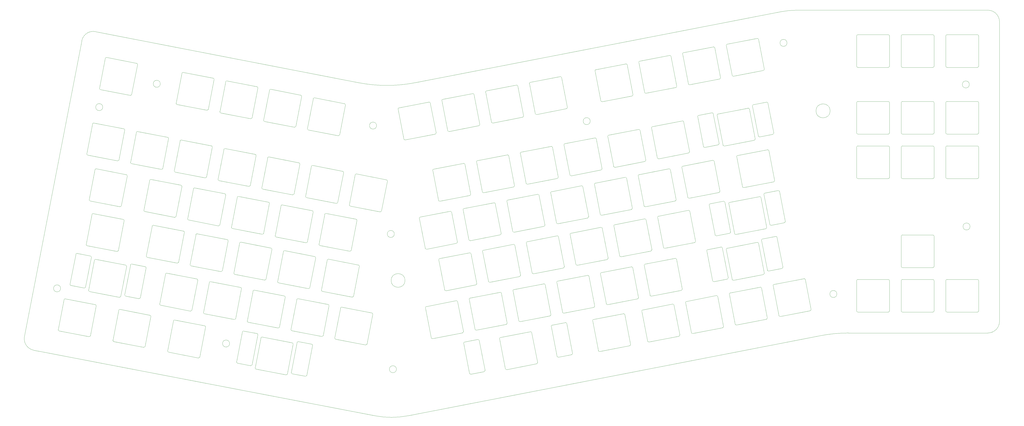
<source format=gbr>
%TF.GenerationSoftware,KiCad,Pcbnew,8.0.4*%
%TF.CreationDate,2024-08-17T15:03:33+09:00*%
%TF.ProjectId,ttaelgam,74746165-6c67-4616-9d2e-6b696361645f,rev?*%
%TF.SameCoordinates,Original*%
%TF.FileFunction,Other,ECO2*%
%FSLAX46Y46*%
G04 Gerber Fmt 4.6, Leading zero omitted, Abs format (unit mm)*
G04 Created by KiCad (PCBNEW 8.0.4) date 2024-08-17 15:03:33*
%MOMM*%
%LPD*%
G01*
G04 APERTURE LIST*
%ADD10C,0.050000*%
%TA.AperFunction,Profile*%
%ADD11C,0.050000*%
%TD*%
G04 APERTURE END LIST*
D10*
%TO.C,S63*%
X396653670Y-229900425D02*
X394171964Y-217139503D01*
X400211729Y-215456133D02*
X394567373Y-216553285D01*
X402883055Y-229198914D02*
X397239888Y-230295835D01*
X403278464Y-228612696D02*
X400797947Y-215851541D01*
X420027478Y-225357017D02*
X417546961Y-212595864D01*
X423586727Y-210912494D02*
X417942370Y-212009646D01*
X426258053Y-224655275D02*
X420613696Y-225752426D01*
X426653462Y-224069057D02*
X424172945Y-211307903D01*
X394171964Y-217139503D02*
G75*
G02*
X394567364Y-216553237I490863J95413D01*
G01*
X397239888Y-230295835D02*
G75*
G02*
X396653708Y-229900418I-95366J490821D01*
G01*
X400211729Y-215456133D02*
G75*
G02*
X400797899Y-215851550I95356J-490824D01*
G01*
X403278464Y-228612696D02*
G75*
G02*
X402883055Y-229198915I-490766J-95437D01*
G01*
X417546961Y-212595864D02*
G75*
G02*
X417942370Y-212009645I490815J95404D01*
G01*
X420613696Y-225752426D02*
G75*
G02*
X420027479Y-225357017I-95403J490814D01*
G01*
X423586727Y-210912494D02*
G75*
G02*
X424172944Y-211307903I95403J-490815D01*
G01*
X426653462Y-224069057D02*
G75*
G02*
X426258053Y-224655275I-490814J-95404D01*
G01*
%TO.C,S82*%
X291723504Y-289109889D02*
X289241799Y-276348967D01*
X295281564Y-274665597D02*
X289637208Y-275762749D01*
X297952890Y-288408378D02*
X292309724Y-289505298D01*
X298348299Y-287822160D02*
X295867782Y-275061006D01*
X329122311Y-281840298D02*
X326641794Y-269079144D01*
X332681560Y-267395774D02*
X327037204Y-268492926D01*
X335352886Y-281138555D02*
X329708528Y-282235707D01*
X335748295Y-280552337D02*
X333267778Y-267791183D01*
X289241799Y-276348967D02*
G75*
G02*
X289637208Y-275762749I490814J95404D01*
G01*
X292309724Y-289505298D02*
G75*
G02*
X291723494Y-289109891I-95417J490810D01*
G01*
X295281564Y-274665597D02*
G75*
G02*
X295867784Y-275061006I95405J-490815D01*
G01*
X298348299Y-287822160D02*
G75*
G02*
X297952890Y-288408378I-490813J-95405D01*
G01*
X326641794Y-269079144D02*
G75*
G02*
X327037204Y-268492925I490806J95410D01*
G01*
X329708528Y-282235707D02*
G75*
G02*
X329122312Y-281840298I-95402J490815D01*
G01*
X332681560Y-267395774D02*
G75*
G02*
X333267778Y-267791183I95404J-490814D01*
G01*
X335748295Y-280552337D02*
G75*
G02*
X335352886Y-281138555I-490814J-95404D01*
G01*
%TO.C,S30*%
X391721347Y-192046065D02*
X389239641Y-179285143D01*
X395279406Y-177601773D02*
X389635050Y-178698925D01*
X397950732Y-191344554D02*
X392307565Y-192441475D01*
X398346141Y-190758336D02*
X395865624Y-177997181D01*
X415095155Y-187502657D02*
X412614638Y-174741504D01*
X418654404Y-173058134D02*
X413010047Y-174155286D01*
X421325730Y-186800915D02*
X415681373Y-187898066D01*
X421721139Y-186214697D02*
X419240622Y-173453543D01*
X389239641Y-179285143D02*
G75*
G02*
X389635041Y-178698877I490863J95413D01*
G01*
X392307565Y-192441475D02*
G75*
G02*
X391721385Y-192046058I-95366J490821D01*
G01*
X395279406Y-177601773D02*
G75*
G02*
X395865576Y-177997190I95356J-490824D01*
G01*
X398346141Y-190758336D02*
G75*
G02*
X397950732Y-191344555I-490766J-95437D01*
G01*
X412614638Y-174741504D02*
G75*
G02*
X413010047Y-174155285I490815J95404D01*
G01*
X415681373Y-187898066D02*
G75*
G02*
X415095156Y-187502657I-95403J490814D01*
G01*
X418654404Y-173058134D02*
G75*
G02*
X419240621Y-173453543I95403J-490815D01*
G01*
X421721139Y-186214697D02*
G75*
G02*
X421325730Y-186800915I-490814J-95404D01*
G01*
%TO.C,S81*%
X192188187Y-284187479D02*
X194667515Y-271426094D01*
X198226764Y-285870617D02*
X192583596Y-284773697D01*
X198812982Y-285475208D02*
X201293499Y-272714055D01*
X200898090Y-272127837D02*
X195253733Y-271030685D01*
X215561996Y-288730887D02*
X218042513Y-275969732D01*
X221601761Y-290414257D02*
X215957405Y-289317105D01*
X222187979Y-290018847D02*
X224668496Y-277257694D01*
X224273087Y-276671476D02*
X218628731Y-275574324D01*
X192583596Y-284773697D02*
G75*
G02*
X192188227Y-284187487I95443J490805D01*
G01*
X194667515Y-271426094D02*
G75*
G02*
X195253742Y-271030636I490863J-95415D01*
G01*
X198812982Y-285475208D02*
G75*
G02*
X198226764Y-285870618I-490782J95356D01*
G01*
X200898090Y-272127837D02*
G75*
G02*
X201293451Y-272714046I-95454J-490805D01*
G01*
X215957405Y-289317105D02*
G75*
G02*
X215561996Y-288730887I95402J490812D01*
G01*
X218042513Y-275969732D02*
G75*
G02*
X218628731Y-275574324I490814J-95407D01*
G01*
X222187979Y-290018847D02*
G75*
G02*
X221601761Y-290414256I-490814J95405D01*
G01*
X224273087Y-276671476D02*
G75*
G02*
X224668495Y-277257694I-95406J-490814D01*
G01*
%TO.C,S76*%
X395613581Y-249509150D02*
X393131875Y-236748228D01*
X399171640Y-235064858D02*
X393527284Y-236162010D01*
X401842966Y-248807639D02*
X396199799Y-249904560D01*
X402238375Y-248221421D02*
X399757858Y-235460266D01*
X418987389Y-244965742D02*
X416506872Y-232204589D01*
X422546638Y-230521219D02*
X416902281Y-231618371D01*
X425217964Y-244264000D02*
X419573607Y-245361151D01*
X425613373Y-243677782D02*
X423132856Y-230916628D01*
X393131875Y-236748228D02*
G75*
G02*
X393527275Y-236161962I490863J95413D01*
G01*
X396199799Y-249904560D02*
G75*
G02*
X395613619Y-249509143I-95366J490821D01*
G01*
X399171640Y-235064858D02*
G75*
G02*
X399757810Y-235460275I95356J-490824D01*
G01*
X402238375Y-248221421D02*
G75*
G02*
X401842966Y-248807640I-490766J-95437D01*
G01*
X416506872Y-232204589D02*
G75*
G02*
X416902281Y-231618370I490815J95404D01*
G01*
X419573607Y-245361151D02*
G75*
G02*
X418987390Y-244965742I-95403J490814D01*
G01*
X422546638Y-230521219D02*
G75*
G02*
X423132855Y-230916628I95403J-490815D01*
G01*
X425613373Y-243677782D02*
G75*
G02*
X425217964Y-244264000I-490814J-95404D01*
G01*
%TO.C,S64*%
X121023107Y-250947836D02*
X123502435Y-238186451D01*
X127061684Y-252630974D02*
X121418516Y-251534054D01*
X127647902Y-252235565D02*
X130128419Y-239474412D01*
X129733010Y-238888194D02*
X124088653Y-237791042D01*
X144396916Y-255491244D02*
X146877433Y-242730089D01*
X150436681Y-257174614D02*
X144792325Y-256077462D01*
X151022899Y-256779204D02*
X153503416Y-244018051D01*
X153108007Y-243431833D02*
X147463651Y-242334681D01*
X121418516Y-251534054D02*
G75*
G02*
X121023147Y-250947844I95443J490805D01*
G01*
X123502435Y-238186451D02*
G75*
G02*
X124088662Y-237790993I490863J-95415D01*
G01*
X127647902Y-252235565D02*
G75*
G02*
X127061684Y-252630975I-490782J95356D01*
G01*
X129733010Y-238888194D02*
G75*
G02*
X130128371Y-239474403I-95454J-490805D01*
G01*
X144792325Y-256077462D02*
G75*
G02*
X144396916Y-255491244I95402J490812D01*
G01*
X146877433Y-242730089D02*
G75*
G02*
X147463651Y-242334681I490814J-95407D01*
G01*
X151022899Y-256779204D02*
G75*
G02*
X150436681Y-257174613I-490814J95405D01*
G01*
X153108007Y-243431833D02*
G75*
G02*
X153503415Y-244018051I-95406J-490814D01*
G01*
%TO.C,MX52*%
X154028027Y-239484866D02*
X166789181Y-241965383D01*
X156113135Y-226137494D02*
X153632618Y-238898648D01*
X167375399Y-241569974D02*
X169855916Y-228808820D01*
X169460507Y-228222602D02*
X156699353Y-225742085D01*
X154028027Y-239484866D02*
G75*
G02*
X153632618Y-238898648I95405J490814D01*
G01*
X156113135Y-226137494D02*
G75*
G02*
X156699353Y-225742085I490814J-95405D01*
G01*
X167372899Y-241568351D02*
G75*
G02*
X166786680Y-241963760I-490815J95406D01*
G01*
X169460507Y-228222602D02*
G75*
G02*
X169855916Y-228808820I-95405J-490814D01*
G01*
%TO.C,MX2*%
X166750217Y-174034873D02*
X179511371Y-176515390D01*
X168835325Y-160687501D02*
X166354808Y-173448655D01*
X180097589Y-176119981D02*
X182578106Y-163358827D01*
X182182697Y-162772609D02*
X169421543Y-160292092D01*
X166750217Y-174034873D02*
G75*
G02*
X166354808Y-173448655I95405J490814D01*
G01*
X168835325Y-160687501D02*
G75*
G02*
X169421543Y-160292092I490814J-95405D01*
G01*
X180095089Y-176118358D02*
G75*
G02*
X179508870Y-176513767I-490815J95406D01*
G01*
X182182697Y-162772609D02*
G75*
G02*
X182578106Y-163358827I-95405J-490814D01*
G01*
%TO.C,MX55*%
X210128021Y-250389600D02*
X222889175Y-252870117D01*
X212213129Y-237042228D02*
X209732612Y-249803382D01*
X223475393Y-252474708D02*
X225955910Y-239713554D01*
X225560501Y-239127336D02*
X212799347Y-236646819D01*
X210128021Y-250389600D02*
G75*
G02*
X209732612Y-249803382I95405J490814D01*
G01*
X212213129Y-237042228D02*
G75*
G02*
X212799347Y-236646819I490814J-95405D01*
G01*
X223472893Y-252473085D02*
G75*
G02*
X222886674Y-252868494I-490815J95406D01*
G01*
X225560501Y-239127336D02*
G75*
G02*
X225955910Y-239713554I-95405J-490814D01*
G01*
%TO.C,MX18*%
X147272852Y-199358686D02*
X160034006Y-201839203D01*
X149357960Y-186011314D02*
X146877443Y-198772468D01*
X160620224Y-201443794D02*
X163100741Y-188682640D01*
X162705332Y-188096422D02*
X149944178Y-185615905D01*
X147272852Y-199358686D02*
G75*
G02*
X146877443Y-198772468I95405J490814D01*
G01*
X149357960Y-186011314D02*
G75*
G02*
X149944178Y-185615905I490814J-95405D01*
G01*
X160617724Y-201442171D02*
G75*
G02*
X160031505Y-201837580I-490815J95406D01*
G01*
X162705332Y-188096422D02*
G75*
G02*
X163100741Y-188682640I-95405J-490814D01*
G01*
%TO.C,MX24*%
X276009564Y-202313558D02*
X278490081Y-215074712D01*
X279076299Y-215470121D02*
X291837453Y-212989604D01*
X289166127Y-199246823D02*
X276404973Y-201727340D01*
X292232862Y-212403386D02*
X289752345Y-199642232D01*
X276009564Y-202313558D02*
G75*
G02*
X276404973Y-201727340I490814J95404D01*
G01*
X279076299Y-215470121D02*
G75*
G02*
X278490081Y-215074712I-95404J490814D01*
G01*
X289166127Y-199246823D02*
G75*
G02*
X289752345Y-199642232I95404J-490814D01*
G01*
X292229936Y-212402818D02*
G75*
G02*
X291834526Y-212989036I-490809J-95407D01*
G01*
%TO.C,MX69*%
X234543106Y-274541965D02*
X247304260Y-277022482D01*
X236628214Y-261194593D02*
X234147697Y-273955747D01*
X247890478Y-276627073D02*
X250370995Y-263865919D01*
X249975586Y-263279701D02*
X237214432Y-260799184D01*
X234543106Y-274541965D02*
G75*
G02*
X234147697Y-273955747I95405J490814D01*
G01*
X236628214Y-261194593D02*
G75*
G02*
X237214432Y-260799184I490814J-95405D01*
G01*
X247887978Y-276625450D02*
G75*
G02*
X247301759Y-277020859I-490815J95406D01*
G01*
X249975586Y-263279701D02*
G75*
G02*
X250370995Y-263865919I-95405J-490814D01*
G01*
%TO.C,MX66*%
X178443113Y-263637230D02*
X191204267Y-266117747D01*
X180528221Y-250289858D02*
X178047704Y-263051012D01*
X191790485Y-265722338D02*
X194271002Y-252961184D01*
X193875593Y-252374966D02*
X181114439Y-249894449D01*
X178443113Y-263637230D02*
G75*
G02*
X178047704Y-263051012I95405J490814D01*
G01*
X180528221Y-250289858D02*
G75*
G02*
X181114439Y-249894449I490814J-95405D01*
G01*
X191787985Y-265720715D02*
G75*
G02*
X191201766Y-266116124I-490815J95406D01*
G01*
X193875593Y-252374966D02*
G75*
G02*
X194271002Y-252961184I-95405J-490814D01*
G01*
%TO.C,MX84*%
X365349200Y-262573904D02*
X367829717Y-275335058D01*
X368415935Y-275730467D02*
X381177089Y-273249950D01*
X378505763Y-259507169D02*
X365744609Y-261987686D01*
X381572498Y-272663732D02*
X379091981Y-259902578D01*
X365349200Y-262573904D02*
G75*
G02*
X365744609Y-261987686I490814J95404D01*
G01*
X368415935Y-275730467D02*
G75*
G02*
X367829717Y-275335058I-95404J490814D01*
G01*
X378505763Y-259507169D02*
G75*
G02*
X379091981Y-259902578I95404J-490814D01*
G01*
X381569572Y-272663164D02*
G75*
G02*
X381174162Y-273249382I-490809J-95407D01*
G01*
%TO.C,MX58*%
X297304385Y-236987370D02*
X299784902Y-249748524D01*
X300371120Y-250143933D02*
X313132274Y-247663416D01*
X310460948Y-233920635D02*
X297699794Y-236401152D01*
X313527683Y-247077198D02*
X311047166Y-234316044D01*
X297304385Y-236987370D02*
G75*
G02*
X297699794Y-236401152I490814J95404D01*
G01*
X300371120Y-250143933D02*
G75*
G02*
X299784902Y-249748524I-95404J490814D01*
G01*
X310460948Y-233920635D02*
G75*
G02*
X311047166Y-234316044I95404J-490814D01*
G01*
X313524757Y-247076630D02*
G75*
G02*
X313129347Y-247662848I-490809J-95407D01*
G01*
%TO.C,MX64*%
X129355618Y-254095588D02*
X142116772Y-256576105D01*
X131440726Y-240748216D02*
X128960209Y-253509370D01*
X142702990Y-256180696D02*
X145183507Y-243419542D01*
X144788098Y-242833324D02*
X132026944Y-240352807D01*
X129355618Y-254095588D02*
G75*
G02*
X128960209Y-253509370I95405J490814D01*
G01*
X131440726Y-240748216D02*
G75*
G02*
X132026944Y-240352807I490814J-95405D01*
G01*
X142700490Y-256179073D02*
G75*
G02*
X142114271Y-256574482I-490815J95406D01*
G01*
X144788098Y-242833324D02*
G75*
G02*
X145183507Y-243419542I-95405J-490814D01*
G01*
%TO.C,MX78*%
X116370708Y-270978130D02*
X129131862Y-273458647D01*
X118455816Y-257630758D02*
X115975299Y-270391912D01*
X129718080Y-273063238D02*
X132198597Y-260302084D01*
X131803188Y-259715866D02*
X119042034Y-257235349D01*
X116370708Y-270978130D02*
G75*
G02*
X115975299Y-270391912I95405J490814D01*
G01*
X118455816Y-257630758D02*
G75*
G02*
X119042034Y-257235349I490814J-95405D01*
G01*
X129715580Y-273061615D02*
G75*
G02*
X129129361Y-273457024I-490815J95406D01*
G01*
X131803188Y-259715866D02*
G75*
G02*
X132198597Y-260302084I-95405J-490814D01*
G01*
%TO.C,MX73*%
X328989293Y-250235001D02*
X331469810Y-262996155D01*
X332056028Y-263391564D02*
X344817182Y-260911047D01*
X342145856Y-247168266D02*
X329384702Y-249648783D01*
X345212591Y-260324829D02*
X342732074Y-247563675D01*
X328989293Y-250235001D02*
G75*
G02*
X329384702Y-249648783I490814J95404D01*
G01*
X332056028Y-263391564D02*
G75*
G02*
X331469810Y-262996155I-95404J490814D01*
G01*
X342145856Y-247168266D02*
G75*
G02*
X342732074Y-247563675I95404J-490814D01*
G01*
X345209665Y-260324261D02*
G75*
G02*
X344814255Y-260910479I-490809J-95407D01*
G01*
%TO.C,MX61*%
X353404378Y-226082636D02*
X355884895Y-238843790D01*
X356471113Y-239239199D02*
X369232267Y-236758682D01*
X366560941Y-223015901D02*
X353799787Y-225496418D01*
X369627676Y-236172464D02*
X367147159Y-223411310D01*
X353404378Y-226082636D02*
G75*
G02*
X353799787Y-225496418I490814J95404D01*
G01*
X356471113Y-239239199D02*
G75*
G02*
X355884895Y-238843790I-95404J490814D01*
G01*
X366560941Y-223015901D02*
G75*
G02*
X367147159Y-223411310I95404J-490814D01*
G01*
X369624750Y-236171896D02*
G75*
G02*
X369229340Y-236758114I-490809J-95407D01*
G01*
%TO.C,MX63*%
X402491873Y-216540994D02*
X404972390Y-229302148D01*
X405558608Y-229697557D02*
X418319762Y-227217040D01*
X415648436Y-213474259D02*
X402887282Y-215954776D01*
X418715171Y-226630822D02*
X416234654Y-213869668D01*
X402491873Y-216540994D02*
G75*
G02*
X402887282Y-215954776I490814J95404D01*
G01*
X405558608Y-229697557D02*
G75*
G02*
X404972390Y-229302148I-95404J490814D01*
G01*
X415648436Y-213474259D02*
G75*
G02*
X416234654Y-213869668I95404J-490814D01*
G01*
X418712245Y-226630254D02*
G75*
G02*
X418316835Y-227216472I-490809J-95407D01*
G01*
%TO.C,MX89*%
X476217648Y-249456553D02*
X476217648Y-262456553D01*
X476717648Y-262956553D02*
X489717648Y-262956553D01*
X489717648Y-248956553D02*
X476717648Y-248956553D01*
X490217648Y-262456553D02*
X490217648Y-249456553D01*
X476217648Y-249456553D02*
G75*
G02*
X476717648Y-248956553I500000J0D01*
G01*
X476717648Y-262956553D02*
G75*
G02*
X476217648Y-262456553I0J500000D01*
G01*
X489717648Y-248956553D02*
G75*
G02*
X490217648Y-249456553I-1J-500001D01*
G01*
X490214884Y-262455437D02*
G75*
G02*
X489714884Y-262955437I-500001J1D01*
G01*
%TO.C,MX22*%
X222072843Y-213898332D02*
X234833997Y-216378849D01*
X224157951Y-200550960D02*
X221677434Y-213312114D01*
X235420215Y-215983440D02*
X237900732Y-203222286D01*
X237505323Y-202636068D02*
X224744169Y-200155551D01*
X222072843Y-213898332D02*
G75*
G02*
X221677434Y-213312114I95405J490814D01*
G01*
X224157951Y-200550960D02*
G75*
G02*
X224744169Y-200155551I490814J-95405D01*
G01*
X235417715Y-215981817D02*
G75*
G02*
X234831496Y-216377226I-490815J95406D01*
G01*
X237505323Y-202636068D02*
G75*
G02*
X237900732Y-203222286I-95405J-490814D01*
G01*
%TO.C,MX44*%
X345094467Y-208291366D02*
X347574984Y-221052520D01*
X348161202Y-221447929D02*
X360922356Y-218967412D01*
X358251030Y-205224631D02*
X345489876Y-207705148D01*
X361317765Y-218381194D02*
X358837248Y-205620040D01*
X345094467Y-208291366D02*
G75*
G02*
X345489876Y-207705148I490814J95404D01*
G01*
X348161202Y-221447929D02*
G75*
G02*
X347574984Y-221052520I-95404J490814D01*
G01*
X358251030Y-205224631D02*
G75*
G02*
X358837248Y-205620040I95404J-490814D01*
G01*
X361314839Y-218380626D02*
G75*
G02*
X360919429Y-218966844I-490809J-95407D01*
G01*
%TO.C,MX67*%
X197143110Y-267272142D02*
X209904264Y-269752659D01*
X199228218Y-253924770D02*
X196747701Y-266685924D01*
X210490482Y-269357250D02*
X212970999Y-256596096D01*
X212575590Y-256009878D02*
X199814436Y-253529361D01*
X197143110Y-267272142D02*
G75*
G02*
X196747701Y-266685924I95405J490814D01*
G01*
X199228218Y-253924770D02*
G75*
G02*
X199814436Y-253529361I490814J-95405D01*
G01*
X210487982Y-269355627D02*
G75*
G02*
X209901763Y-269751036I-490815J95406D01*
G01*
X212575590Y-256009878D02*
G75*
G02*
X212970999Y-256596096I-95405J-490814D01*
G01*
%TO.C,MX74*%
X347689291Y-246600090D02*
X350169808Y-259361244D01*
X350756026Y-259756653D02*
X363517180Y-257276136D01*
X360845854Y-243533355D02*
X348084700Y-246013872D01*
X363912589Y-256689918D02*
X361432072Y-243928764D01*
X347689291Y-246600090D02*
G75*
G02*
X348084700Y-246013872I490814J95404D01*
G01*
X350756026Y-259756653D02*
G75*
G02*
X350169808Y-259361244I-95404J490814D01*
G01*
X360845854Y-243533355D02*
G75*
G02*
X361432072Y-243928764I95404J-490814D01*
G01*
X363909663Y-256689350D02*
G75*
G02*
X363514253Y-257275568I-490809J-95407D01*
G01*
%TO.C,MX36*%
X171687937Y-223511051D02*
X184449091Y-225991568D01*
X173773045Y-210163679D02*
X171292528Y-222924833D01*
X185035309Y-225596159D02*
X187515826Y-212835005D01*
X187120417Y-212248787D02*
X174359263Y-209768270D01*
X171687937Y-223511051D02*
G75*
G02*
X171292528Y-222924833I95405J490814D01*
G01*
X173773045Y-210163679D02*
G75*
G02*
X174359263Y-209768270I490814J-95405D01*
G01*
X185032809Y-225594536D02*
G75*
G02*
X184446590Y-225989945I-490815J95406D01*
G01*
X187120417Y-212248787D02*
G75*
G02*
X187515826Y-212835005I-95405J-490814D01*
G01*
%TO.C,MX39*%
X227787930Y-234415785D02*
X240549084Y-236896302D01*
X229873038Y-221068413D02*
X227392521Y-233829567D01*
X241135302Y-236500893D02*
X243615819Y-223739739D01*
X243220410Y-223153521D02*
X230459256Y-220673004D01*
X227787930Y-234415785D02*
G75*
G02*
X227392521Y-233829567I95405J490814D01*
G01*
X229873038Y-221068413D02*
G75*
G02*
X230459256Y-220673004I490814J-95405D01*
G01*
X241132802Y-236499270D02*
G75*
G02*
X240546583Y-236894679I-490815J95406D01*
G01*
X243220410Y-223153521D02*
G75*
G02*
X243615819Y-223739739I-95405J-490814D01*
G01*
%TO.C,MX88*%
X457167648Y-249456553D02*
X457167648Y-262456553D01*
X457667648Y-262956553D02*
X470667648Y-262956553D01*
X470667648Y-248956553D02*
X457667648Y-248956553D01*
X471167648Y-262456553D02*
X471167648Y-249456553D01*
X457167648Y-249456553D02*
G75*
G02*
X457667648Y-248956553I500000J0D01*
G01*
X457667648Y-262956553D02*
G75*
G02*
X457167648Y-262456553I0J500000D01*
G01*
X470667648Y-248956553D02*
G75*
G02*
X471167648Y-249456553I-1J-500001D01*
G01*
X471164884Y-262455437D02*
G75*
G02*
X470664884Y-262955437I-500001J1D01*
G01*
%TO.C,MX19*%
X165972849Y-202993598D02*
X178734003Y-205474115D01*
X168057957Y-189646226D02*
X165577440Y-202407380D01*
X179320221Y-205078706D02*
X181800738Y-192317552D01*
X181405329Y-191731334D02*
X168644175Y-189250817D01*
X165972849Y-202993598D02*
G75*
G02*
X165577440Y-202407380I95405J490814D01*
G01*
X168057957Y-189646226D02*
G75*
G02*
X168644175Y-189250817I490814J-95405D01*
G01*
X179317721Y-205077083D02*
G75*
G02*
X178731502Y-205472492I-490815J95406D01*
G01*
X181405329Y-191731334D02*
G75*
G02*
X181800738Y-192317552I-95405J-490814D01*
G01*
%TO.C,MX3*%
X185450215Y-177669785D02*
X198211369Y-180150302D01*
X187535323Y-164322413D02*
X185054806Y-177083567D01*
X198797587Y-179754893D02*
X201278104Y-166993739D01*
X200882695Y-166407521D02*
X188121541Y-163927004D01*
X185450215Y-177669785D02*
G75*
G02*
X185054806Y-177083567I95405J490814D01*
G01*
X187535323Y-164322413D02*
G75*
G02*
X188121541Y-163927004I490814J-95405D01*
G01*
X198795087Y-179753270D02*
G75*
G02*
X198208868Y-180148679I-490815J95406D01*
G01*
X200882695Y-166407521D02*
G75*
G02*
X201278104Y-166993739I-95405J-490814D01*
G01*
%TO.C,MX71*%
X291589297Y-257504824D02*
X294069814Y-270265978D01*
X294656032Y-270661387D02*
X307417186Y-268180870D01*
X304745860Y-254438089D02*
X291984706Y-256918606D01*
X307812595Y-267594652D02*
X305332078Y-254833498D01*
X291589297Y-257504824D02*
G75*
G02*
X291984706Y-256918606I490814J95404D01*
G01*
X294656032Y-270661387D02*
G75*
G02*
X294069814Y-270265978I-95404J490814D01*
G01*
X304745860Y-254438089D02*
G75*
G02*
X305332078Y-254833498I95404J-490814D01*
G01*
X307809669Y-267594084D02*
G75*
G02*
X307414259Y-268180302I-490809J-95407D01*
G01*
%TO.C,MX27*%
X332109557Y-191408824D02*
X334590074Y-204169978D01*
X335176292Y-204565387D02*
X347937446Y-202084870D01*
X345266120Y-188342089D02*
X332504966Y-190822606D01*
X348332855Y-201498652D02*
X345852338Y-188737498D01*
X332109557Y-191408824D02*
G75*
G02*
X332504966Y-190822606I490814J95404D01*
G01*
X335176292Y-204565387D02*
G75*
G02*
X334590074Y-204169978I-95404J490814D01*
G01*
X345266120Y-188342089D02*
G75*
G02*
X345852338Y-188737498I95404J-490814D01*
G01*
X348329929Y-201498084D02*
G75*
G02*
X347934519Y-202084302I-490809J-95407D01*
G01*
%TO.C,MX5*%
X222850210Y-184939607D02*
X235611364Y-187420124D01*
X224935318Y-171592235D02*
X222454801Y-184353389D01*
X236197582Y-187024715D02*
X238678099Y-174263561D01*
X238282690Y-173677343D02*
X225521536Y-171196826D01*
X222850210Y-184939607D02*
G75*
G02*
X222454801Y-184353389I95405J490814D01*
G01*
X224935318Y-171592235D02*
G75*
G02*
X225521536Y-171196826I490814J-95405D01*
G01*
X236195082Y-187023092D02*
G75*
G02*
X235608863Y-187418501I-490815J95406D01*
G01*
X238282690Y-173677343D02*
G75*
G02*
X238678099Y-174263561I-95405J-490814D01*
G01*
%TO.C,MX76*%
X401451784Y-236149719D02*
X403932301Y-248910873D01*
X404518519Y-249306282D02*
X417279673Y-246825765D01*
X414608347Y-233082984D02*
X401847193Y-235563501D01*
X417675082Y-246239547D02*
X415194565Y-233478393D01*
X401451784Y-236149719D02*
G75*
G02*
X401847193Y-235563501I490814J95404D01*
G01*
X404518519Y-249306282D02*
G75*
G02*
X403932301Y-248910873I-95404J490814D01*
G01*
X414608347Y-233082984D02*
G75*
G02*
X415194565Y-233478393I95404J-490814D01*
G01*
X417672156Y-246238979D02*
G75*
G02*
X417276746Y-246825197I-490809J-95407D01*
G01*
%TO.C,MX9*%
X317307191Y-165176283D02*
X319787708Y-177937437D01*
X320373926Y-178332846D02*
X333135080Y-175852329D01*
X330463754Y-162109548D02*
X317702600Y-164590065D01*
X333530489Y-175266111D02*
X331049972Y-162504957D01*
X317307191Y-165176283D02*
G75*
G02*
X317702600Y-164590065I490814J95404D01*
G01*
X320373926Y-178332846D02*
G75*
G02*
X319787708Y-177937437I-95404J490814D01*
G01*
X330463754Y-162109548D02*
G75*
G02*
X331049972Y-162504957I95404J-490814D01*
G01*
X333527563Y-175265543D02*
G75*
G02*
X333132153Y-175851761I-490809J-95407D01*
G01*
%TO.C,MX13*%
X401457181Y-148819182D02*
X403937698Y-161580336D01*
X404523916Y-161975745D02*
X417285070Y-159495228D01*
X414613744Y-145752447D02*
X401852590Y-148232964D01*
X417680479Y-158909010D02*
X415199962Y-146147856D01*
X401457181Y-148819182D02*
G75*
G02*
X401852590Y-148232964I490814J95404D01*
G01*
X404523916Y-161975745D02*
G75*
G02*
X403937698Y-161580336I-95404J490814D01*
G01*
X414613744Y-145752447D02*
G75*
G02*
X415199962Y-146147856I95404J-490814D01*
G01*
X417677553Y-158908442D02*
G75*
G02*
X417282143Y-159494660I-490809J-95407D01*
G01*
%TO.C,MX21*%
X203372845Y-210263420D02*
X216133999Y-212743937D01*
X205457953Y-196916048D02*
X202977436Y-209677202D01*
X216720217Y-212348528D02*
X219200734Y-199587374D01*
X218805325Y-199001156D02*
X206044171Y-196520639D01*
X203372845Y-210263420D02*
G75*
G02*
X202977436Y-209677202I95405J490814D01*
G01*
X205457953Y-196916048D02*
G75*
G02*
X206044171Y-196520639I490814J-95405D01*
G01*
X216717717Y-212346905D02*
G75*
G02*
X216131498Y-212742314I-490815J95406D01*
G01*
X218805325Y-199001156D02*
G75*
G02*
X219200734Y-199587374I-95405J-490814D01*
G01*
%TO.C,MX33*%
X495267648Y-173256553D02*
X495267648Y-186256553D01*
X495767648Y-186756553D02*
X508767648Y-186756553D01*
X508767648Y-172756553D02*
X495767648Y-172756553D01*
X509267648Y-186256553D02*
X509267648Y-173256553D01*
X495267648Y-173256553D02*
G75*
G02*
X495767648Y-172756553I500000J0D01*
G01*
X495767648Y-186756553D02*
G75*
G02*
X495267648Y-186256553I0J500000D01*
G01*
X508767648Y-172756553D02*
G75*
G02*
X509267648Y-173256553I-1J-500001D01*
G01*
X509264884Y-186255437D02*
G75*
G02*
X508764884Y-186755437I-500001J1D01*
G01*
%TO.C,MX26*%
X313409559Y-195043735D02*
X315890076Y-207804889D01*
X316476294Y-208200298D02*
X329237448Y-205719781D01*
X326566122Y-191977000D02*
X313804968Y-194457517D01*
X329632857Y-205133563D02*
X327152340Y-192372409D01*
X313409559Y-195043735D02*
G75*
G02*
X313804968Y-194457517I490814J95404D01*
G01*
X316476294Y-208200298D02*
G75*
G02*
X315890076Y-207804889I-95404J490814D01*
G01*
X326566122Y-191977000D02*
G75*
G02*
X327152340Y-192372409I95404J-490814D01*
G01*
X329629931Y-205132995D02*
G75*
G02*
X329234521Y-205719213I-490809J-95407D01*
G01*
%TO.C,MX12*%
X382757184Y-152454093D02*
X385237701Y-165215247D01*
X385823919Y-165610656D02*
X398585073Y-163130139D01*
X395913747Y-149387358D02*
X383152593Y-151867875D01*
X398980482Y-162543921D02*
X396499965Y-149782767D01*
X382757184Y-152454093D02*
G75*
G02*
X383152593Y-151867875I490814J95404D01*
G01*
X385823919Y-165610656D02*
G75*
G02*
X385237701Y-165215247I-95404J490814D01*
G01*
X395913747Y-149387358D02*
G75*
G02*
X396499965Y-149782767I95404J-490814D01*
G01*
X398977556Y-162543353D02*
G75*
G02*
X398582146Y-163129571I-490809J-95407D01*
G01*
%TO.C,MX16*%
X495267648Y-144681553D02*
X495267648Y-157681553D01*
X495767648Y-158181553D02*
X508767648Y-158181553D01*
X508767648Y-144181553D02*
X495767648Y-144181553D01*
X509267648Y-157681553D02*
X509267648Y-144681553D01*
X495267648Y-144681553D02*
G75*
G02*
X495767648Y-144181553I500000J0D01*
G01*
X495767648Y-158181553D02*
G75*
G02*
X495267648Y-157681553I0J500000D01*
G01*
X508767648Y-144181553D02*
G75*
G02*
X509267648Y-144681553I-1J-500001D01*
G01*
X509264884Y-157680437D02*
G75*
G02*
X508764884Y-158180437I-500001J1D01*
G01*
%TO.C,MX34*%
X129612942Y-215332501D02*
X142374096Y-217813018D01*
X131698050Y-201985129D02*
X129217533Y-214746283D01*
X142960314Y-217417609D02*
X145440831Y-204656455D01*
X145045422Y-204070237D02*
X132284268Y-201589720D01*
X129612942Y-215332501D02*
G75*
G02*
X129217533Y-214746283I95405J490814D01*
G01*
X131698050Y-201985129D02*
G75*
G02*
X132284268Y-201589720I490814J-95405D01*
G01*
X142957814Y-217415986D02*
G75*
G02*
X142371595Y-217811395I-490815J95406D01*
G01*
X145045422Y-204070237D02*
G75*
G02*
X145440831Y-204656455I-95405J-490814D01*
G01*
%TO.C,MX40*%
X270294476Y-222831012D02*
X272774993Y-235592166D01*
X273361211Y-235987575D02*
X286122365Y-233507058D01*
X283451039Y-219764277D02*
X270689885Y-222244794D01*
X286517774Y-232920840D02*
X284037257Y-220159686D01*
X270294476Y-222831012D02*
G75*
G02*
X270689885Y-222244794I490814J95404D01*
G01*
X273361211Y-235987575D02*
G75*
G02*
X272774993Y-235592166I-95404J490814D01*
G01*
X283451039Y-219764277D02*
G75*
G02*
X284037257Y-220159686I95404J-490814D01*
G01*
X286514848Y-232920272D02*
G75*
G02*
X286119438Y-233506490I-490809J-95407D01*
G01*
%TO.C,MX82*%
X304574207Y-274387366D02*
X307054724Y-287148520D01*
X307640942Y-287543929D02*
X320402096Y-285063412D01*
X317730770Y-271320631D02*
X304969616Y-273801148D01*
X320797505Y-284477194D02*
X318316988Y-271716040D01*
X304574207Y-274387366D02*
G75*
G02*
X304969616Y-273801148I490814J95404D01*
G01*
X307640942Y-287543929D02*
G75*
G02*
X307054724Y-287148520I-95404J490814D01*
G01*
X317730770Y-271320631D02*
G75*
G02*
X318316988Y-271716040I95404J-490814D01*
G01*
X320794579Y-284476626D02*
G75*
G02*
X320399169Y-285062844I-490809J-95407D01*
G01*
%TO.C,MX43*%
X326394470Y-211926277D02*
X328874987Y-224687431D01*
X329461205Y-225082840D02*
X342222359Y-222602323D01*
X339551033Y-208859542D02*
X326789879Y-211340059D01*
X342617768Y-222016105D02*
X340137251Y-209254951D01*
X326394470Y-211926277D02*
G75*
G02*
X326789879Y-211340059I490814J95404D01*
G01*
X329461205Y-225082840D02*
G75*
G02*
X328874987Y-224687431I-95404J490814D01*
G01*
X339551033Y-208859542D02*
G75*
G02*
X340137251Y-209254951I95404J-490814D01*
G01*
X342614842Y-222015537D02*
G75*
G02*
X342219432Y-222601755I-490809J-95407D01*
G01*
%TO.C,MX30*%
X397559550Y-178686634D02*
X400040067Y-191447788D01*
X400626285Y-191843197D02*
X413387439Y-189362680D01*
X410716113Y-175619899D02*
X397954959Y-178100416D01*
X413782848Y-188776462D02*
X411302331Y-176015308D01*
X397559550Y-178686634D02*
G75*
G02*
X397954959Y-178100416I490814J95404D01*
G01*
X400626285Y-191843197D02*
G75*
G02*
X400040067Y-191447788I-95404J490814D01*
G01*
X410716113Y-175619899D02*
G75*
G02*
X411302331Y-176015308I95404J-490814D01*
G01*
X413779922Y-188775894D02*
G75*
G02*
X413384512Y-189362112I-490809J-95407D01*
G01*
%TO.C,MX7*%
X279907195Y-172446106D02*
X282387712Y-185207260D01*
X282973930Y-185602669D02*
X295735084Y-183122152D01*
X293063758Y-169379371D02*
X280302604Y-171859888D01*
X296130493Y-182535934D02*
X293649976Y-169774780D01*
X279907195Y-172446106D02*
G75*
G02*
X280302604Y-171859888I490814J95404D01*
G01*
X282973930Y-185602669D02*
G75*
G02*
X282387712Y-185207260I-95404J490814D01*
G01*
X293063758Y-169379371D02*
G75*
G02*
X293649976Y-169774780I95404J-490814D01*
G01*
X296127567Y-182535366D02*
G75*
G02*
X295732157Y-183121584I-490809J-95407D01*
G01*
%TO.C,MX68*%
X215843108Y-270907053D02*
X228604262Y-273387570D01*
X217928216Y-257559681D02*
X215447699Y-270320835D01*
X229190480Y-272992161D02*
X231670997Y-260231007D01*
X231275588Y-259644789D02*
X218514434Y-257164272D01*
X215843108Y-270907053D02*
G75*
G02*
X215447699Y-270320835I95405J490814D01*
G01*
X217928216Y-257559681D02*
G75*
G02*
X218514434Y-257164272I490814J-95405D01*
G01*
X229187980Y-272990538D02*
G75*
G02*
X228601761Y-273385947I-490815J95406D01*
G01*
X231275588Y-259644789D02*
G75*
G02*
X231670997Y-260231007I-95405J-490814D01*
G01*
%TO.C,MX17*%
X128572854Y-195723775D02*
X141334008Y-198204292D01*
X130657962Y-182376403D02*
X128177445Y-195137557D01*
X141920226Y-197808883D02*
X144400743Y-185047729D01*
X144005334Y-184461511D02*
X131244180Y-181980994D01*
X128572854Y-195723775D02*
G75*
G02*
X128177445Y-195137557I95405J490814D01*
G01*
X130657962Y-182376403D02*
G75*
G02*
X131244180Y-181980994I490814J-95405D01*
G01*
X141917726Y-197807260D02*
G75*
G02*
X141331507Y-198202669I-490815J95406D01*
G01*
X144005334Y-184461511D02*
G75*
G02*
X144400743Y-185047729I-95405J-490814D01*
G01*
%TO.C,MX35*%
X152987939Y-219876140D02*
X165749093Y-222356657D01*
X155073047Y-206528768D02*
X152592530Y-219289922D01*
X166335311Y-221961248D02*
X168815828Y-209200094D01*
X168420419Y-208613876D02*
X155659265Y-206133359D01*
X152987939Y-219876140D02*
G75*
G02*
X152592530Y-219289922I95405J490814D01*
G01*
X155073047Y-206528768D02*
G75*
G02*
X155659265Y-206133359I490814J-95405D01*
G01*
X166332811Y-221959625D02*
G75*
G02*
X165746592Y-222355034I-490815J95406D01*
G01*
X168420419Y-208613876D02*
G75*
G02*
X168815828Y-209200094I-95405J-490814D01*
G01*
%TO.C,MX4*%
X204150213Y-181304696D02*
X216911367Y-183785213D01*
X206235321Y-167957324D02*
X203754804Y-180718478D01*
X217497585Y-183389804D02*
X219978102Y-170628650D01*
X219582693Y-170042432D02*
X206821539Y-167561915D01*
X204150213Y-181304696D02*
G75*
G02*
X203754804Y-180718478I95405J490814D01*
G01*
X206235321Y-167957324D02*
G75*
G02*
X206821539Y-167561915I490814J-95405D01*
G01*
X217495085Y-183388181D02*
G75*
G02*
X216908866Y-183783590I-490815J95406D01*
G01*
X219582693Y-170042432D02*
G75*
G02*
X219978102Y-170628650I-95405J-490814D01*
G01*
%TO.C,MX8*%
X298607193Y-168811194D02*
X301087710Y-181572348D01*
X301673928Y-181967757D02*
X314435082Y-179487240D01*
X311763756Y-165744459D02*
X299002602Y-168224976D01*
X314830491Y-178901022D02*
X312349974Y-166139868D01*
X298607193Y-168811194D02*
G75*
G02*
X299002602Y-168224976I490814J95404D01*
G01*
X301673928Y-181967757D02*
G75*
G02*
X301087710Y-181572348I-95404J490814D01*
G01*
X311763756Y-165744459D02*
G75*
G02*
X312349974Y-166139868I95404J-490814D01*
G01*
X314827565Y-178900454D02*
G75*
G02*
X314432155Y-179486672I-490809J-95407D01*
G01*
%TO.C,MX1*%
X134025221Y-167673778D02*
X146786375Y-170154295D01*
X136110329Y-154326406D02*
X133629812Y-167087560D01*
X147372593Y-169758886D02*
X149853110Y-156997732D01*
X149457701Y-156411514D02*
X136696547Y-153930997D01*
X134025221Y-167673778D02*
G75*
G02*
X133629812Y-167087560I95405J490814D01*
G01*
X136110329Y-154326406D02*
G75*
G02*
X136696547Y-153930997I490814J-95405D01*
G01*
X147370093Y-169757263D02*
G75*
G02*
X146783874Y-170152672I-490815J95406D01*
G01*
X149457701Y-156411514D02*
G75*
G02*
X149853110Y-156997732I-95405J-490814D01*
G01*
%TO.C,MX49*%
X476217648Y-192306553D02*
X476217648Y-205306553D01*
X476717648Y-205806553D02*
X489717648Y-205806553D01*
X489717648Y-191806553D02*
X476717648Y-191806553D01*
X490217648Y-205306553D02*
X490217648Y-192306553D01*
X476217648Y-192306553D02*
G75*
G02*
X476717648Y-191806553I500000J0D01*
G01*
X476717648Y-205806553D02*
G75*
G02*
X476217648Y-205306553I0J500000D01*
G01*
X489717648Y-191806553D02*
G75*
G02*
X490217648Y-192306553I-1J-500001D01*
G01*
X490214884Y-205305437D02*
G75*
G02*
X489714884Y-205805437I-500001J1D01*
G01*
%TO.C,MX83*%
X344311703Y-266663179D02*
X346792220Y-279424333D01*
X347378438Y-279819742D02*
X360139592Y-277339225D01*
X357468266Y-263596444D02*
X344707112Y-266076961D01*
X360535001Y-276753007D02*
X358054484Y-263991853D01*
X344311703Y-266663179D02*
G75*
G02*
X344707112Y-266076961I490814J95404D01*
G01*
X347378438Y-279819742D02*
G75*
G02*
X346792220Y-279424333I-95404J490814D01*
G01*
X357468266Y-263596444D02*
G75*
G02*
X358054484Y-263991853I95404J-490814D01*
G01*
X360532075Y-276752439D02*
G75*
G02*
X360136665Y-277338657I-490809J-95407D01*
G01*
%TO.C,MX48*%
X457167648Y-192306553D02*
X457167648Y-205306553D01*
X457667648Y-205806553D02*
X470667648Y-205806553D01*
X470667648Y-191806553D02*
X457667648Y-191806553D01*
X471167648Y-205306553D02*
X471167648Y-192306553D01*
X457167648Y-192306553D02*
G75*
G02*
X457667648Y-191806553I500000J0D01*
G01*
X457667648Y-205806553D02*
G75*
G02*
X457167648Y-205306553I0J500000D01*
G01*
X470667648Y-191806553D02*
G75*
G02*
X471167648Y-192306553I-1J-500001D01*
G01*
X471164884Y-205305437D02*
G75*
G02*
X470664884Y-205805437I-500001J1D01*
G01*
%TO.C,MX62*%
X372104376Y-222447725D02*
X374584893Y-235208879D01*
X375171111Y-235604288D02*
X387932265Y-233123771D01*
X385260939Y-219380990D02*
X372499785Y-221861507D01*
X388327674Y-232537553D02*
X385847157Y-219776399D01*
X372104376Y-222447725D02*
G75*
G02*
X372499785Y-221861507I490814J95404D01*
G01*
X375171111Y-235604288D02*
G75*
G02*
X374584893Y-235208879I-95404J490814D01*
G01*
X385260939Y-219380990D02*
G75*
G02*
X385847157Y-219776399I95404J-490814D01*
G01*
X388324748Y-232536985D02*
G75*
G02*
X387929338Y-233123203I-490809J-95407D01*
G01*
%TO.C,MX75*%
X366389288Y-242965178D02*
X368869805Y-255726332D01*
X369456023Y-256121741D02*
X382217177Y-253641224D01*
X379545851Y-239898443D02*
X366784697Y-242378960D01*
X382612586Y-253055006D02*
X380132069Y-240293852D01*
X366389288Y-242965178D02*
G75*
G02*
X366784697Y-242378960I490814J95404D01*
G01*
X369456023Y-256121741D02*
G75*
G02*
X368869805Y-255726332I-95404J490814D01*
G01*
X379545851Y-239898443D02*
G75*
G02*
X380132069Y-240293852I95404J-490814D01*
G01*
X382609660Y-253054438D02*
G75*
G02*
X382214250Y-253640656I-490809J-95407D01*
G01*
%TO.C,MX25*%
X294709561Y-198678647D02*
X297190078Y-211439801D01*
X297776296Y-211835210D02*
X310537450Y-209354693D01*
X307866124Y-195611912D02*
X295104970Y-198092429D01*
X310932859Y-208768475D02*
X308452342Y-196007321D01*
X294709561Y-198678647D02*
G75*
G02*
X295104970Y-198092429I490814J95404D01*
G01*
X297776296Y-211835210D02*
G75*
G02*
X297190078Y-211439801I-95404J490814D01*
G01*
X307866124Y-195611912D02*
G75*
G02*
X308452342Y-196007321I95404J-490814D01*
G01*
X310929933Y-208767907D02*
G75*
G02*
X310534523Y-209354125I-490809J-95407D01*
G01*
%TO.C,MX32*%
X476217648Y-173256553D02*
X476217648Y-186256553D01*
X476717648Y-186756553D02*
X489717648Y-186756553D01*
X489717648Y-172756553D02*
X476717648Y-172756553D01*
X490217648Y-186256553D02*
X490217648Y-173256553D01*
X476217648Y-173256553D02*
G75*
G02*
X476717648Y-172756553I500000J0D01*
G01*
X476717648Y-186756553D02*
G75*
G02*
X476217648Y-186256553I0J500000D01*
G01*
X489717648Y-172756553D02*
G75*
G02*
X490217648Y-173256553I-1J-500001D01*
G01*
X490214884Y-186255437D02*
G75*
G02*
X489714884Y-186755437I-500001J1D01*
G01*
%TO.C,MX15*%
X476217648Y-144681553D02*
X476217648Y-157681553D01*
X476717648Y-158181553D02*
X489717648Y-158181553D01*
X489717648Y-144181553D02*
X476717648Y-144181553D01*
X490217648Y-157681553D02*
X490217648Y-144681553D01*
X476217648Y-144681553D02*
G75*
G02*
X476717648Y-144181553I500000J0D01*
G01*
X476717648Y-158181553D02*
G75*
G02*
X476217648Y-157681553I0J500000D01*
G01*
X489717648Y-144181553D02*
G75*
G02*
X490217648Y-144681553I-1J-500001D01*
G01*
X490214884Y-157680437D02*
G75*
G02*
X489714884Y-158180437I-500001J1D01*
G01*
%TO.C,MX41*%
X288994474Y-219196100D02*
X291474991Y-231957254D01*
X292061209Y-232352663D02*
X304822363Y-229872146D01*
X302151037Y-216129365D02*
X289389883Y-218609882D01*
X305217772Y-229285928D02*
X302737255Y-216524774D01*
X288994474Y-219196100D02*
G75*
G02*
X289389883Y-218609882I490814J95404D01*
G01*
X292061209Y-232352663D02*
G75*
G02*
X291474991Y-231957254I-95404J490814D01*
G01*
X302151037Y-216129365D02*
G75*
G02*
X302737255Y-216524774I95404J-490814D01*
G01*
X305214846Y-229285360D02*
G75*
G02*
X304819436Y-229871578I-490809J-95407D01*
G01*
%TO.C,MX86*%
X402749196Y-255304081D02*
X405229713Y-268065235D01*
X405815931Y-268460644D02*
X418577085Y-265980127D01*
X415905759Y-252237346D02*
X403144605Y-254717863D01*
X418972494Y-265393909D02*
X416491977Y-252632755D01*
X402749196Y-255304081D02*
G75*
G02*
X403144605Y-254717863I490814J95404D01*
G01*
X405815931Y-268460644D02*
G75*
G02*
X405229713Y-268065235I-95404J490814D01*
G01*
X415905759Y-252237346D02*
G75*
G02*
X416491977Y-252632755I95404J-490814D01*
G01*
X418969568Y-265393341D02*
G75*
G02*
X418574158Y-265979559I-490809J-95407D01*
G01*
%TO.C,MX60*%
X334704380Y-229717547D02*
X337184897Y-242478701D01*
X337771115Y-242874110D02*
X350532269Y-240393593D01*
X347860943Y-226650812D02*
X335099789Y-229131329D01*
X350927678Y-239807375D02*
X348447161Y-227046221D01*
X334704380Y-229717547D02*
G75*
G02*
X335099789Y-229131329I490814J95404D01*
G01*
X337771115Y-242874110D02*
G75*
G02*
X337184897Y-242478701I-95404J490814D01*
G01*
X347860943Y-226650812D02*
G75*
G02*
X348447161Y-227046221I95404J-490814D01*
G01*
X350924752Y-239806807D02*
G75*
G02*
X350529342Y-240393025I-490809J-95407D01*
G01*
%TO.C,MX10*%
X345357188Y-159723916D02*
X347837705Y-172485070D01*
X348423923Y-172880479D02*
X361185077Y-170399962D01*
X358513751Y-156657181D02*
X345752597Y-159137698D01*
X361580486Y-169813744D02*
X359099969Y-157052590D01*
X345357188Y-159723916D02*
G75*
G02*
X345752597Y-159137698I490814J95404D01*
G01*
X348423923Y-172880479D02*
G75*
G02*
X347837705Y-172485070I-95404J490814D01*
G01*
X358513751Y-156657181D02*
G75*
G02*
X359099969Y-157052590I95404J-490814D01*
G01*
X361577560Y-169813176D02*
G75*
G02*
X361182150Y-170399394I-490809J-95407D01*
G01*
%TO.C,MX81*%
X200520698Y-287335231D02*
X213281852Y-289815748D01*
X202605806Y-273987859D02*
X200125289Y-286749013D01*
X213868070Y-289420339D02*
X216348587Y-276659185D01*
X215953178Y-276072967D02*
X203192024Y-273592450D01*
X200520698Y-287335231D02*
G75*
G02*
X200125289Y-286749013I95405J490814D01*
G01*
X202605806Y-273987859D02*
G75*
G02*
X203192024Y-273592450I490814J-95405D01*
G01*
X213865570Y-289418716D02*
G75*
G02*
X213279351Y-289814125I-490815J95406D01*
G01*
X215953178Y-276072967D02*
G75*
G02*
X216348587Y-276659185I-95405J-490814D01*
G01*
%TO.C,MX65*%
X159743115Y-260002319D02*
X172504269Y-262482836D01*
X161828223Y-246654947D02*
X159347706Y-259416101D01*
X173090487Y-262087427D02*
X175571004Y-249326273D01*
X175175595Y-248740055D02*
X162414441Y-246259538D01*
X159743115Y-260002319D02*
G75*
G02*
X159347706Y-259416101I95405J490814D01*
G01*
X161828223Y-246654947D02*
G75*
G02*
X162414441Y-246259538I490814J-95405D01*
G01*
X173087987Y-262085804D02*
G75*
G02*
X172501768Y-262481213I-490815J95406D01*
G01*
X175175595Y-248740055D02*
G75*
G02*
X175571004Y-249326273I-95405J-490814D01*
G01*
%TO.C,MX14*%
X457167648Y-144681553D02*
X457167648Y-157681553D01*
X457667648Y-158181553D02*
X470667648Y-158181553D01*
X470667648Y-144181553D02*
X457667648Y-144181553D01*
X471167648Y-157681553D02*
X471167648Y-144681553D01*
X457167648Y-144681553D02*
G75*
G02*
X457667648Y-144181553I500000J0D01*
G01*
X457667648Y-158181553D02*
G75*
G02*
X457167648Y-157681553I0J500000D01*
G01*
X470667648Y-144181553D02*
G75*
G02*
X471167648Y-144681553I-1J-500001D01*
G01*
X471164884Y-157680437D02*
G75*
G02*
X470664884Y-158180437I-500001J1D01*
G01*
%TO.C,MX38*%
X209087933Y-230780874D02*
X221849087Y-233261391D01*
X211173041Y-217433502D02*
X208692524Y-230194656D01*
X222435305Y-232865982D02*
X224915822Y-220104828D01*
X224520413Y-219518610D02*
X211759259Y-217038093D01*
X209087933Y-230780874D02*
G75*
G02*
X208692524Y-230194656I95405J490814D01*
G01*
X211173041Y-217433502D02*
G75*
G02*
X211759259Y-217038093I490814J-95405D01*
G01*
X222432805Y-232864359D02*
G75*
G02*
X221846586Y-233259768I-490815J95406D01*
G01*
X224520413Y-219518610D02*
G75*
G02*
X224915822Y-220104828I-95405J-490814D01*
G01*
%TO.C,MX46*%
X382494463Y-201021543D02*
X384974980Y-213782697D01*
X385561198Y-214178106D02*
X398322352Y-211697589D01*
X395651026Y-197954808D02*
X382889872Y-200435325D01*
X398717761Y-211111371D02*
X396237244Y-198350217D01*
X382494463Y-201021543D02*
G75*
G02*
X382889872Y-200435325I490814J95404D01*
G01*
X385561198Y-214178106D02*
G75*
G02*
X384974980Y-213782697I-95404J490814D01*
G01*
X395651026Y-197954808D02*
G75*
G02*
X396237244Y-198350217I95404J-490814D01*
G01*
X398714835Y-211110803D02*
G75*
G02*
X398319425Y-211697021I-490809J-95407D01*
G01*
%TO.C,MX53*%
X172728025Y-243119777D02*
X185489179Y-245600294D01*
X174813133Y-229772405D02*
X172332616Y-242533559D01*
X186075397Y-245204885D02*
X188555914Y-232443731D01*
X188160505Y-231857513D02*
X175399351Y-229376996D01*
X172728025Y-243119777D02*
G75*
G02*
X172332616Y-242533559I95405J490814D01*
G01*
X174813133Y-229772405D02*
G75*
G02*
X175399351Y-229376996I490814J-95405D01*
G01*
X186072897Y-245203262D02*
G75*
G02*
X185486678Y-245598671I-490815J95406D01*
G01*
X188160505Y-231857513D02*
G75*
G02*
X188555914Y-232443731I-95405J-490814D01*
G01*
%TO.C,MX29*%
X369509553Y-184139001D02*
X371990070Y-196900155D01*
X372576288Y-197295564D02*
X385337442Y-194815047D01*
X382666116Y-181072266D02*
X369904962Y-183552783D01*
X385732851Y-194228829D02*
X383252334Y-181467675D01*
X369509553Y-184139001D02*
G75*
G02*
X369904962Y-183552783I490814J95404D01*
G01*
X372576288Y-197295564D02*
G75*
G02*
X371990070Y-196900155I-95404J490814D01*
G01*
X382666116Y-181072266D02*
G75*
G02*
X383252334Y-181467675I95404J-490814D01*
G01*
X385729925Y-194228261D02*
G75*
G02*
X385334515Y-194814479I-490809J-95407D01*
G01*
%TO.C,MX23*%
X240772841Y-217533243D02*
X253533995Y-220013760D01*
X242857949Y-204185871D02*
X240377432Y-216947025D01*
X254120213Y-219618351D02*
X256600730Y-206857197D01*
X256205321Y-206270979D02*
X243444167Y-203790462D01*
X240772841Y-217533243D02*
G75*
G02*
X240377432Y-216947025I95405J490814D01*
G01*
X242857949Y-204185871D02*
G75*
G02*
X243444167Y-203790462I490814J-95405D01*
G01*
X254117713Y-219616728D02*
G75*
G02*
X253531494Y-220012137I-490815J95406D01*
G01*
X256205321Y-206270979D02*
G75*
G02*
X256600730Y-206857197I-95405J-490814D01*
G01*
%TO.C,MX31*%
X457167648Y-173256553D02*
X457167648Y-186256553D01*
X457667648Y-186756553D02*
X470667648Y-186756553D01*
X470667648Y-172756553D02*
X457667648Y-172756553D01*
X471167648Y-186256553D02*
X471167648Y-173256553D01*
X457167648Y-173256553D02*
G75*
G02*
X457667648Y-172756553I500000J0D01*
G01*
X457667648Y-186756553D02*
G75*
G02*
X457167648Y-186256553I0J500000D01*
G01*
X470667648Y-172756553D02*
G75*
G02*
X471167648Y-173256553I-1J-500001D01*
G01*
X471164884Y-186255437D02*
G75*
G02*
X470664884Y-186755437I-500001J1D01*
G01*
%TO.C,MX37*%
X190387935Y-227145963D02*
X203149089Y-229626480D01*
X192473043Y-213798591D02*
X189992526Y-226559745D01*
X203735307Y-229231071D02*
X206215824Y-216469917D01*
X205820415Y-215883699D02*
X193059261Y-213403182D01*
X190387935Y-227145963D02*
G75*
G02*
X189992526Y-226559745I95405J490814D01*
G01*
X192473043Y-213798591D02*
G75*
G02*
X193059261Y-213403182I490814J-95405D01*
G01*
X203732807Y-229229448D02*
G75*
G02*
X203146588Y-229624857I-490815J95406D01*
G01*
X205820415Y-215883699D02*
G75*
G02*
X206215824Y-216469917I-95405J-490814D01*
G01*
%TO.C,MX42*%
X307694472Y-215561189D02*
X310174989Y-228322343D01*
X310761207Y-228717752D02*
X323522361Y-226237235D01*
X320851035Y-212494454D02*
X308089881Y-214974971D01*
X323917770Y-225651017D02*
X321437253Y-212889863D01*
X307694472Y-215561189D02*
G75*
G02*
X308089881Y-214974971I490814J95404D01*
G01*
X310761207Y-228717752D02*
G75*
G02*
X310174989Y-228322343I-95404J490814D01*
G01*
X320851035Y-212494454D02*
G75*
G02*
X321437253Y-212889863I95404J-490814D01*
G01*
X323914844Y-225650449D02*
G75*
G02*
X323519434Y-226236667I-490809J-95407D01*
G01*
%TO.C,MX90*%
X495267648Y-249456553D02*
X495267648Y-262456553D01*
X495767648Y-262956553D02*
X508767648Y-262956553D01*
X508767648Y-248956553D02*
X495767648Y-248956553D01*
X509267648Y-262456553D02*
X509267648Y-249456553D01*
X495267648Y-249456553D02*
G75*
G02*
X495767648Y-248956553I500000J0D01*
G01*
X495767648Y-262956553D02*
G75*
G02*
X495267648Y-262456553I0J500000D01*
G01*
X508767648Y-248956553D02*
G75*
G02*
X509267648Y-249456553I-1J-500001D01*
G01*
X509264884Y-262455437D02*
G75*
G02*
X508764884Y-262955437I-500001J1D01*
G01*
%TO.C,MX45*%
X363794465Y-204656455D02*
X366274982Y-217417609D01*
X366861200Y-217813018D02*
X379622354Y-215332501D01*
X376951028Y-201589720D02*
X364189874Y-204070237D01*
X380017763Y-214746283D02*
X377537246Y-201985129D01*
X363794465Y-204656455D02*
G75*
G02*
X364189874Y-204070237I490814J95404D01*
G01*
X366861200Y-217813018D02*
G75*
G02*
X366274982Y-217417609I-95404J490814D01*
G01*
X376951028Y-201589720D02*
G75*
G02*
X377537246Y-201985129I95404J-490814D01*
G01*
X380014837Y-214745715D02*
G75*
G02*
X379619427Y-215331933I-490809J-95407D01*
G01*
%TO.C,MX20*%
X184672847Y-206628509D02*
X197434001Y-209109026D01*
X186757955Y-193281137D02*
X184277438Y-206042291D01*
X198020219Y-208713617D02*
X200500736Y-195952463D01*
X200105327Y-195366245D02*
X187344173Y-192885728D01*
X184672847Y-206628509D02*
G75*
G02*
X184277438Y-206042291I95405J490814D01*
G01*
X186757955Y-193281137D02*
G75*
G02*
X187344173Y-192885728I490814J-95405D01*
G01*
X198017719Y-208711994D02*
G75*
G02*
X197431500Y-209107403I-490815J95406D01*
G01*
X200105327Y-195366245D02*
G75*
G02*
X200500736Y-195952463I-95405J-490814D01*
G01*
%TO.C,MX85*%
X384049198Y-258938993D02*
X386529715Y-271700147D01*
X387115933Y-272095556D02*
X399877087Y-269615039D01*
X397205761Y-255872258D02*
X384444607Y-258352775D01*
X400272496Y-269028821D02*
X397791979Y-256267667D01*
X384049198Y-258938993D02*
G75*
G02*
X384444607Y-258352775I490814J95404D01*
G01*
X387115933Y-272095556D02*
G75*
G02*
X386529715Y-271700147I-95404J490814D01*
G01*
X397205761Y-255872258D02*
G75*
G02*
X397791979Y-256267667I95404J-490814D01*
G01*
X400269570Y-269028253D02*
G75*
G02*
X399874160Y-269614471I-490809J-95407D01*
G01*
%TO.C,MX50*%
X495267648Y-192306553D02*
X495267648Y-205306553D01*
X495767648Y-205806553D02*
X508767648Y-205806553D01*
X508767648Y-191806553D02*
X495767648Y-191806553D01*
X509267648Y-205306553D02*
X509267648Y-192306553D01*
X495267648Y-192306553D02*
G75*
G02*
X495767648Y-191806553I500000J0D01*
G01*
X495767648Y-205806553D02*
G75*
G02*
X495267648Y-205306553I0J500000D01*
G01*
X508767648Y-191806553D02*
G75*
G02*
X509267648Y-192306553I-1J-500001D01*
G01*
X509264884Y-205305437D02*
G75*
G02*
X508764884Y-205805437I-500001J1D01*
G01*
%TO.C,MX54*%
X191428023Y-246754688D02*
X204189177Y-249235205D01*
X193513131Y-233407316D02*
X191032614Y-246168470D01*
X204775395Y-248839796D02*
X207255912Y-236078642D01*
X206860503Y-235492424D02*
X194099349Y-233011907D01*
X191428023Y-246754688D02*
G75*
G02*
X191032614Y-246168470I95405J490814D01*
G01*
X193513131Y-233407316D02*
G75*
G02*
X194099349Y-233011907I490814J-95405D01*
G01*
X204772895Y-248838173D02*
G75*
G02*
X204186676Y-249233582I-490815J95406D01*
G01*
X206860503Y-235492424D02*
G75*
G02*
X207255912Y-236078642I-95405J-490814D01*
G01*
%TO.C,MX11*%
X364057186Y-156089004D02*
X366537703Y-168850158D01*
X367123921Y-169245567D02*
X379885075Y-166765050D01*
X377213749Y-153022269D02*
X364452595Y-155502786D01*
X380280484Y-166178832D02*
X377799967Y-153417678D01*
X364057186Y-156089004D02*
G75*
G02*
X364452595Y-155502786I490814J95404D01*
G01*
X367123921Y-169245567D02*
G75*
G02*
X366537703Y-168850158I-95404J490814D01*
G01*
X377213749Y-153022269D02*
G75*
G02*
X377799967Y-153417678I95404J-490814D01*
G01*
X380277558Y-166178264D02*
G75*
G02*
X379882148Y-166764482I-490809J-95407D01*
G01*
%TO.C,MX80*%
X163120703Y-280065409D02*
X175881857Y-282545926D01*
X165205811Y-266718037D02*
X162725294Y-279479191D01*
X176468075Y-282150517D02*
X178948592Y-269389363D01*
X178553183Y-268803145D02*
X165792029Y-266322628D01*
X163120703Y-280065409D02*
G75*
G02*
X162725294Y-279479191I95405J490814D01*
G01*
X165205811Y-266718037D02*
G75*
G02*
X165792029Y-266322628I490814J-95405D01*
G01*
X176465575Y-282148894D02*
G75*
G02*
X175879356Y-282544303I-490815J95406D01*
G01*
X178553183Y-268803145D02*
G75*
G02*
X178948592Y-269389363I-95405J-490814D01*
G01*
%TO.C,MX28*%
X350809555Y-187773913D02*
X353290072Y-200535067D01*
X353876290Y-200930476D02*
X366637444Y-198449959D01*
X363966118Y-184707178D02*
X351204964Y-187187695D01*
X367032853Y-197863741D02*
X364552336Y-185102587D01*
X350809555Y-187773913D02*
G75*
G02*
X351204964Y-187187695I490814J95404D01*
G01*
X353876290Y-200930476D02*
G75*
G02*
X353290072Y-200535067I-95404J490814D01*
G01*
X363966118Y-184707178D02*
G75*
G02*
X364552336Y-185102587I95404J-490814D01*
G01*
X367029927Y-197863173D02*
G75*
G02*
X366634517Y-198449391I-490809J-95407D01*
G01*
%TO.C,MX57*%
X278604387Y-240622282D02*
X281084904Y-253383436D01*
X281671122Y-253778845D02*
X294432276Y-251298328D01*
X291760950Y-237555547D02*
X278999796Y-240036064D01*
X294827685Y-250712110D02*
X292347168Y-237950956D01*
X278604387Y-240622282D02*
G75*
G02*
X278999796Y-240036064I490814J95404D01*
G01*
X281671122Y-253778845D02*
G75*
G02*
X281084904Y-253383436I-95404J490814D01*
G01*
X291760950Y-237555547D02*
G75*
G02*
X292347168Y-237950956I95404J-490814D01*
G01*
X294824759Y-250711542D02*
G75*
G02*
X294429349Y-251297760I-490809J-95407D01*
G01*
%TO.C,MX59*%
X316004383Y-233352459D02*
X318484900Y-246113613D01*
X319071118Y-246509022D02*
X331832272Y-244028505D01*
X329160946Y-230285724D02*
X316399792Y-232766241D01*
X332227681Y-243442287D02*
X329747164Y-230681133D01*
X316004383Y-233352459D02*
G75*
G02*
X316399792Y-232766241I490814J95404D01*
G01*
X319071118Y-246509022D02*
G75*
G02*
X318484900Y-246113613I-95404J490814D01*
G01*
X329160946Y-230285724D02*
G75*
G02*
X329747164Y-230681133I95404J-490814D01*
G01*
X332224755Y-243441719D02*
G75*
G02*
X331829345Y-244027937I-490809J-95407D01*
G01*
%TO.C,MX47*%
X405869460Y-196477904D02*
X408349977Y-209239058D01*
X408936195Y-209634467D02*
X421697349Y-207153950D01*
X419026023Y-193411169D02*
X406264869Y-195891686D01*
X422092758Y-206567732D02*
X419612241Y-193806578D01*
X405869460Y-196477904D02*
G75*
G02*
X406264869Y-195891686I490814J95404D01*
G01*
X408936195Y-209634467D02*
G75*
G02*
X408349977Y-209239058I-95404J490814D01*
G01*
X419026023Y-193411169D02*
G75*
G02*
X419612241Y-193806578I95404J-490814D01*
G01*
X422089832Y-206567164D02*
G75*
G02*
X421694422Y-207153382I-490809J-95407D01*
G01*
%TO.C,MX6*%
X261207198Y-176081017D02*
X263687715Y-188842171D01*
X264273933Y-189237580D02*
X277035087Y-186757063D01*
X274363761Y-173014282D02*
X261602607Y-175494799D01*
X277430496Y-186170845D02*
X274949979Y-173409691D01*
X261207198Y-176081017D02*
G75*
G02*
X261602607Y-175494799I490814J95404D01*
G01*
X264273933Y-189237580D02*
G75*
G02*
X263687715Y-188842171I-95404J490814D01*
G01*
X274363761Y-173014282D02*
G75*
G02*
X274949979Y-173409691I95404J-490814D01*
G01*
X277427570Y-186170277D02*
G75*
G02*
X277032160Y-186756495I-490809J-95407D01*
G01*
%TO.C,MX79*%
X139745705Y-275521770D02*
X152506859Y-278002287D01*
X141830813Y-262174398D02*
X139350296Y-274935552D01*
X153093077Y-277606878D02*
X155573594Y-264845724D01*
X155178185Y-264259506D02*
X142417031Y-261778989D01*
X139745705Y-275521770D02*
G75*
G02*
X139350296Y-274935552I95405J490814D01*
G01*
X141830813Y-262174398D02*
G75*
G02*
X142417031Y-261778989I490814J-95405D01*
G01*
X153090577Y-277605255D02*
G75*
G02*
X152504358Y-278000664I-490815J95406D01*
G01*
X155178185Y-264259506D02*
G75*
G02*
X155573594Y-264845724I-95405J-490814D01*
G01*
%TO.C,MX56*%
X228828019Y-254024511D02*
X241589173Y-256505028D01*
X230913127Y-240677139D02*
X228432610Y-253438293D01*
X242175391Y-256109619D02*
X244655908Y-243348465D01*
X244260499Y-242762247D02*
X231499345Y-240281730D01*
X228828019Y-254024511D02*
G75*
G02*
X228432610Y-253438293I95405J490814D01*
G01*
X230913127Y-240677139D02*
G75*
G02*
X231499345Y-240281730I490814J-95405D01*
G01*
X242172891Y-256107996D02*
G75*
G02*
X241586672Y-256503405I-490815J95406D01*
G01*
X244260499Y-242762247D02*
G75*
G02*
X244655908Y-243348465I-95405J-490814D01*
G01*
%TO.C,MX70*%
X272889299Y-261139735D02*
X275369816Y-273900889D01*
X275956034Y-274296298D02*
X288717188Y-271815781D01*
X286045862Y-258073000D02*
X273284708Y-260553517D01*
X289112597Y-271229563D02*
X286632080Y-258468409D01*
X272889299Y-261139735D02*
G75*
G02*
X273284708Y-260553517I490814J95404D01*
G01*
X275956034Y-274296298D02*
G75*
G02*
X275369816Y-273900889I-95404J490814D01*
G01*
X286045862Y-258073000D02*
G75*
G02*
X286632080Y-258468409I95404J-490814D01*
G01*
X289109671Y-271228995D02*
G75*
G02*
X288714261Y-271815213I-490809J-95407D01*
G01*
%TO.C,MX77*%
X476217648Y-230406553D02*
X476217648Y-243406553D01*
X476717648Y-243906553D02*
X489717648Y-243906553D01*
X489717648Y-229906553D02*
X476717648Y-229906553D01*
X490217648Y-243406553D02*
X490217648Y-230406553D01*
X476217648Y-230406553D02*
G75*
G02*
X476717648Y-229906553I500000J0D01*
G01*
X476717648Y-243906553D02*
G75*
G02*
X476217648Y-243406553I0J500000D01*
G01*
X489717648Y-229906553D02*
G75*
G02*
X490217648Y-230406553I-1J-500001D01*
G01*
X490214884Y-243405437D02*
G75*
G02*
X489714884Y-243905437I-500001J1D01*
G01*
%TO.C,MX72*%
X310289295Y-253869912D02*
X312769812Y-266631066D01*
X313356030Y-267026475D02*
X326117184Y-264545958D01*
X323445858Y-250803177D02*
X310684704Y-253283694D01*
X326512593Y-263959740D02*
X324032076Y-251198586D01*
X310289295Y-253869912D02*
G75*
G02*
X310684704Y-253283694I490814J95404D01*
G01*
X313356030Y-267026475D02*
G75*
G02*
X312769812Y-266631066I-95404J490814D01*
G01*
X323445858Y-250803177D02*
G75*
G02*
X324032076Y-251198586I95404J-490814D01*
G01*
X326509667Y-263959172D02*
G75*
G02*
X326114257Y-264545390I-490809J-95407D01*
G01*
%TO.C,MX51*%
X128315530Y-234486862D02*
X141076684Y-236967379D01*
X130400638Y-221139490D02*
X127920121Y-233900644D01*
X141662902Y-236571970D02*
X144143419Y-223810816D01*
X143748010Y-223224598D02*
X130986856Y-220744081D01*
X128315530Y-234486862D02*
G75*
G02*
X127920121Y-233900644I95405J490814D01*
G01*
X130400638Y-221139490D02*
G75*
G02*
X130986856Y-220744081I490814J-95405D01*
G01*
X141660402Y-236570347D02*
G75*
G02*
X141074183Y-236965756I-490815J95406D01*
G01*
X143748010Y-223224598D02*
G75*
G02*
X144143419Y-223810816I-95405J-490814D01*
G01*
%TO.C,MX87*%
X421449194Y-251669170D02*
X423929711Y-264430324D01*
X424515929Y-264825733D02*
X437277083Y-262345216D01*
X434605757Y-248602435D02*
X421844603Y-251082952D01*
X437672492Y-261758998D02*
X435191975Y-248997844D01*
X421449194Y-251669170D02*
G75*
G02*
X421844603Y-251082952I490814J95404D01*
G01*
X424515929Y-264825733D02*
G75*
G02*
X423929711Y-264430324I-95404J490814D01*
G01*
X434605757Y-248602435D02*
G75*
G02*
X435191975Y-248997844I95404J-490814D01*
G01*
X437669566Y-261758430D02*
G75*
G02*
X437274156Y-262344648I-490809J-95407D01*
G01*
%TD*%
D11*
X518209740Y-265496311D02*
X518209740Y-266896311D01*
X259609740Y-229496311D02*
G75*
G02*
X256609740Y-229496311I-1500000J0D01*
G01*
X256609740Y-229496311D02*
G75*
G02*
X259609740Y-229496311I1500000J0D01*
G01*
X265437832Y-307329325D02*
G75*
G02*
X251379039Y-307342807I-7064232J36319425D01*
G01*
X135009740Y-175196311D02*
G75*
G02*
X132009740Y-175196311I-1500000J0D01*
G01*
X132009740Y-175196311D02*
G75*
G02*
X135009740Y-175196311I1500000J0D01*
G01*
X126058534Y-146810875D02*
G75*
G02*
X131923193Y-142853234I4908866J-950125D01*
G01*
X518209740Y-141696311D02*
X518209740Y-265496311D01*
X513209740Y-133696311D02*
G75*
G02*
X518209689Y-138696311I-40J-4999989D01*
G01*
X108809740Y-279896311D02*
X105509757Y-279252412D01*
X268442894Y-164756920D02*
G75*
G02*
X244377335Y-164753073I-12022894J61842120D01*
G01*
X448709740Y-255196311D02*
G75*
G02*
X445709740Y-255196311I-1500000J0D01*
G01*
X445709740Y-255196311D02*
G75*
G02*
X448709740Y-255196311I1500000J0D01*
G01*
X159609740Y-165196311D02*
G75*
G02*
X156609740Y-165196311I-1500000J0D01*
G01*
X156609740Y-165196311D02*
G75*
G02*
X159609740Y-165196311I1500000J0D01*
G01*
X441651426Y-273055222D02*
X265437832Y-307329325D01*
X431773007Y-133696311D02*
X513209740Y-133696311D01*
X424711961Y-134376322D02*
X268442894Y-164756920D01*
X424711961Y-134376322D02*
G75*
G02*
X431773007Y-133696313I7061039J-36319978D01*
G01*
X518209740Y-266896311D02*
G75*
G02*
X513209740Y-271896340I-5000040J11D01*
G01*
X505609740Y-226296311D02*
G75*
G02*
X502609740Y-226296311I-1500000J0D01*
G01*
X502609740Y-226296311D02*
G75*
G02*
X505609740Y-226296311I1500000J0D01*
G01*
X101558410Y-273394850D02*
X126058534Y-146810875D01*
X513209740Y-271896311D02*
X511809740Y-271896311D01*
X505309740Y-165496311D02*
G75*
G02*
X502309740Y-165496311I-1500000J0D01*
G01*
X502309740Y-165496311D02*
G75*
G02*
X505309740Y-165496311I1500000J0D01*
G01*
X117009740Y-252796311D02*
G75*
G02*
X114009740Y-252796311I-1500000J0D01*
G01*
X114009740Y-252796311D02*
G75*
G02*
X117009740Y-252796311I1500000J0D01*
G01*
X518209740Y-141696311D02*
X518209740Y-138696311D01*
X252009740Y-183096311D02*
G75*
G02*
X249009740Y-183096311I-1500000J0D01*
G01*
X249009740Y-183096311D02*
G75*
G02*
X252009740Y-183096311I1500000J0D01*
G01*
X445809740Y-176796311D02*
G75*
G02*
X439809740Y-176796311I-3000000J0D01*
G01*
X439809740Y-176796311D02*
G75*
G02*
X445809740Y-176796311I3000000J0D01*
G01*
X260509740Y-287396311D02*
G75*
G02*
X257509740Y-287396311I-1500000J0D01*
G01*
X257509740Y-287396311D02*
G75*
G02*
X260509740Y-287396311I1500000J0D01*
G01*
X105509757Y-279252412D02*
G75*
G02*
X101558450Y-273394858I957543J4907412D01*
G01*
X189209740Y-276396311D02*
G75*
G02*
X186209740Y-276396311I-1500000J0D01*
G01*
X186209740Y-276396311D02*
G75*
G02*
X189209740Y-276396311I1500000J0D01*
G01*
X264150828Y-249396311D02*
G75*
G02*
X258268652Y-249396311I-2941088J0D01*
G01*
X258268652Y-249396311D02*
G75*
G02*
X264150828Y-249396311I2941088J0D01*
G01*
X343309740Y-181196311D02*
G75*
G02*
X340309740Y-181196311I-1500000J0D01*
G01*
X340309740Y-181196311D02*
G75*
G02*
X343309740Y-181196311I1500000J0D01*
G01*
X441651426Y-273055222D02*
G75*
G02*
X453679714Y-271896313I12028274J-61841078D01*
G01*
X427409740Y-147696311D02*
G75*
G02*
X424409740Y-147696311I-1500000J0D01*
G01*
X424409740Y-147696311D02*
G75*
G02*
X427409740Y-147696311I1500000J0D01*
G01*
X244377337Y-164753061D02*
X131923203Y-142853183D01*
X251379039Y-307342807D02*
X108809740Y-279896311D01*
X511809740Y-271896311D02*
X453679714Y-271896311D01*
M02*

</source>
